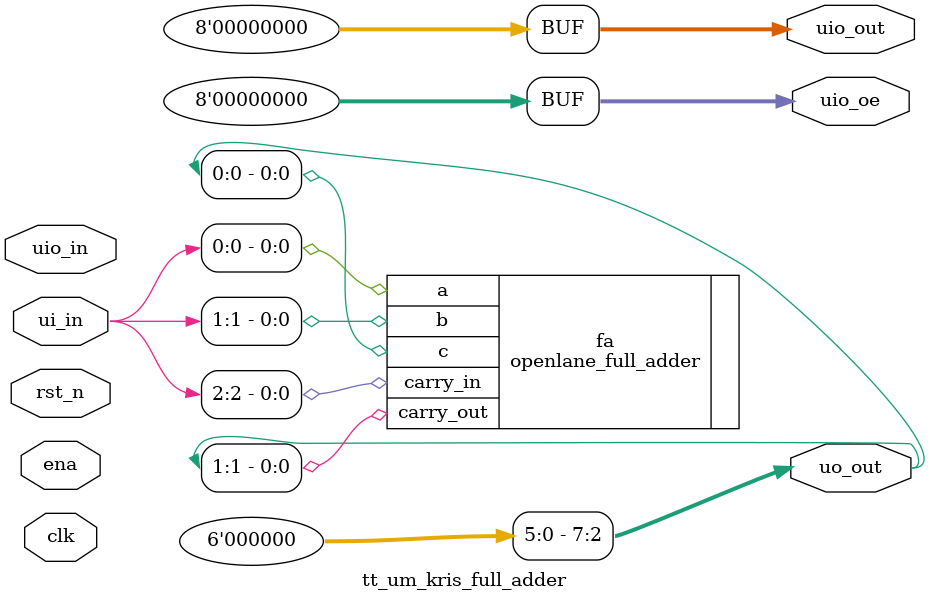
<source format=v>
`default_nettype none

module tt_um_kris_full_adder #( parameter MAX_COUNT = 24'd10_000_000 ) (

    input  wire [7:0] ui_in,    // Dedicated inputs - connected to the input switches
    output wire [7:0] uo_out,   // Dedicated outputs - connected to the 7 segment display
    input  wire [7:0] uio_in,   // IOs: Bidirectional Input path
    output wire [7:0] uio_out,  // IOs: Bidirectional Output path
    output wire [7:0] uio_oe,   // IOs: Bidirectional Enable path (active high: 0=input, 1=output)
    input  wire       ena,      // will go high when the design is enabled
    input  wire       clk,      // clock
    input  wire       rst_n     // reset_n - low to reset
);

	assign uo_out[7:2] = 'h00;
	assign uio_out = 8'h00;
	assign uio_oe = 8'h00;

    openlane_full_adder fa (
		.a(ui_in[0]), .b(ui_in[1]), .carry_in(ui_in[2]),
		.c(uo_out[0]), .carry_out(uo_out[1])
	);

endmodule
</source>
